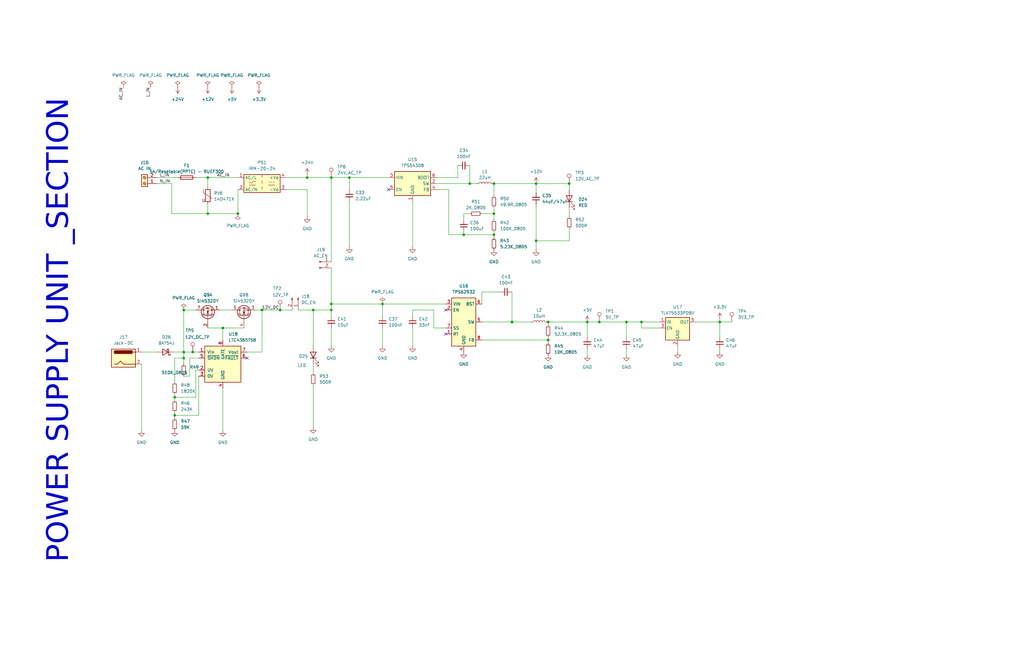
<source format=kicad_sch>
(kicad_sch (version 20250114) (generator "eeschema") (generator_version "9.0")
  (paper "B")
  (lib_symbols
    (symbol "Connector:Conn_01x02_Pin" (pin_names (offset 1.016) (hide yes))
      (property "Reference" "J" (at 0 2.54 0))
      (property "Value" "Conn_01x02_Pin" (at 0 -5.08 0))
      (symbol "Conn_01x02_Pin_1_1"
        (rectangle (start 0.8636 0.127) (end 0 -0.127) (stroke (width 0.1524)) (fill (type outline)))
        (rectangle (start 0.8636 -2.413) (end 0 -2.667) (stroke (width 0.1524)) (fill (type outline)))
        (polyline (pts (xy 1.27 0) (xy 0.8636 0)) (stroke (width 0.1524)))
        (polyline (pts (xy 1.27 -2.54) (xy 0.8636 -2.54)) (stroke (width 0.1524)))
        (pin passive line (at 5.08 0 180) (length 3.81) (name "Pin_1") (number "1"))
        (pin passive line (at 5.08 -2.54 180) (length 3.81) (name "Pin_2") (number "2"))
      )
    )
    (symbol "Connector:Jack-DC" (pin_names (offset 1.016))
      (property "Reference" "J" (at 0 5.334 0))
      (property "Value" "Jack-DC" (at 0 -5.08 0))
      (symbol "Jack-DC_0_1"
        (rectangle (start -5.08 3.81) (end 5.08 -3.81) (stroke (width 0.254)) (fill (type background)))
        (polyline (pts (xy -3.81 -2.54) (xy -2.54 -2.54) (xy -1.27 -1.27) (xy 0 -2.54) (xy 2.54 -2.54) (xy 5.08 -2.54)) (stroke (width 0.254)))
        (arc (start -3.302 1.905) (mid -3.9343 2.54) (end -3.302 3.175) (stroke (width 0.254)))
        (arc (start -3.302 1.905) (mid -3.9343 2.54) (end -3.302 3.175) (stroke (width 0.254)) (fill (type outline)))
        (rectangle (start 3.683 3.175) (end -3.302 1.905) (stroke (width 0.254)) (fill (type outline)))
        (polyline (pts (xy 5.08 2.54) (xy 3.81 2.54)) (stroke (width 0.254)))
      )
      (symbol "Jack-DC_1_1"
        (pin passive line (at 7.62 2.54 180) (length 2.54) (name "~") (number "1"))
        (pin passive line (at 7.62 -2.54 180) (length 2.54) (name "~") (number "2"))
      )
    )
    (symbol "Connector:Screw_Terminal_01x02" (pin_names (offset 1.016) (hide yes))
      (property "Reference" "J" (at 0 2.54 0))
      (property "Value" "Screw_Terminal_01x02" (at 0 -5.08 0))
      (symbol "Screw_Terminal_01x02_1_1"
        (rectangle (start -1.27 1.27) (end 1.27 -3.81) (stroke (width 0.254)) (fill (type background)))
        (polyline (pts (xy -0.5334 0.3302) (xy 0.3302 -0.508)) (stroke (width 0.1524)))
        (polyline (pts (xy -0.5334 -2.2098) (xy 0.3302 -3.048)) (stroke (width 0.1524)))
        (polyline (pts (xy -0.3556 0.508) (xy 0.508 -0.3302)) (stroke (width 0.1524)))
        (polyline (pts (xy -0.3556 -2.032) (xy 0.508 -2.8702)) (stroke (width 0.1524)))
        (circle (center 0 0) (radius 0.635) (stroke (width 0.1524)))
        (circle (center 0 -2.54) (radius 0.635) (stroke (width 0.1524)))
        (pin passive line (at -5.08 0 0) (length 3.81) (name "Pin_1") (number "1"))
        (pin passive line (at -5.08 -2.54 0) (length 3.81) (name "Pin_2") (number "2"))
      )
    )
    (symbol "Connector:TestPoint" (pin_numbers (hide yes)) (pin_names (offset 0.762) (hide yes))
      (property "Reference" "TP" (at 0 6.858 0))
      (property "Value" "TestPoint" (at 0 5.08 0))
      (symbol "TestPoint_0_1"
        (circle (center 0 3.302) (radius 0.762))
      )
      (symbol "TestPoint_1_1"
        (pin passive line (at 0 0 90) (length 2.54) (name "1") (number "1"))
      )
    )
    (symbol "Converter_ACDC:IRM-20-24"
      (property "Reference" "PS" (at 0 5.08 0))
      (property "Value" "IRM-20-24" (at 0 -5.08 0))
      (symbol "IRM-20-24_0_1"
        (rectangle (start -7.62 3.81) (end 7.62 -3.81) (stroke (width 0.254)) (fill (type background)))
        (polyline (pts (xy -5.334 -0.635) (xy -2.794 -0.635)))
        (arc (start -4.064 0.635) (mid -4.699 0.2495) (end -5.334 0.635))
        (arc (start -4.064 0.635) (mid -3.429 1.0072) (end -2.794 0.635))
        (polyline (pts (xy 0 3.81) (xy 0 2.54)))
        (polyline (pts (xy 0 1.27) (xy 0 0)))
        (polyline (pts (xy 0 -1.27) (xy 0 -2.54)))
        (polyline (pts (xy 2.794 0.635) (xy 3.302 0.635)))
        (polyline (pts (xy 2.794 -0.635) (xy 5.334 -0.635)))
        (polyline (pts (xy 3.81 0.635) (xy 4.318 0.635)))
        (polyline (pts (xy 4.826 0.635) (xy 5.334 0.635)))
      )
      (symbol "IRM-20-24_1_1"
        (pin power_in line (at -10.16 2.54 0) (length 2.54) (name "AC/L") (number "1"))
        (pin power_in line (at -10.16 -2.54 0) (length 2.54) (name "AC/N") (number "2"))
        (pin power_out line (at 10.16 2.54 180) (length 2.54) (name "+Vo") (number "4"))
        (pin power_out line (at 10.16 -2.54 180) (length 2.54) (name "-Vo") (number "3"))
      )
    )
    (symbol "Device:C_Small" (pin_numbers (hide yes)) (pin_names (offset 0.254) (hide yes))
      (property "Reference" "C" (at 0.254 1.778 0))
      (property "Value" "C_Small" (at 0.254 -2.032 0))
      (symbol "C_Small_0_1"
        (polyline (pts (xy -1.524 0.508) (xy 1.524 0.508)) (stroke (width 0.3048)))
        (polyline (pts (xy -1.524 -0.508) (xy 1.524 -0.508)) (stroke (width 0.3302)))
      )
      (symbol "C_Small_1_1"
        (pin passive line (at 0 2.54 270) (length 2.032) (name "~") (number "1"))
        (pin passive line (at 0 -2.54 90) (length 2.032) (name "~") (number "2"))
      )
    )
    (symbol "Device:Fuse" (pin_numbers (hide yes)) (pin_names (offset 0))
      (property "Reference" "F" (at 2.032 0 90))
      (property "Value" "Fuse" (at -1.905 0 90))
      (symbol "Fuse_0_1"
        (rectangle (start -0.762 -2.54) (end 0.762 2.54) (stroke (width 0.254)))
        (polyline (pts (xy 0 2.54) (xy 0 -2.54)))
      )
      (symbol "Fuse_1_1"
        (pin passive line (at 0 3.81 270) (length 1.27) (name "~") (number "1"))
        (pin passive line (at 0 -3.81 90) (length 1.27) (name "~") (number "2"))
      )
    )
    (symbol "Device:L" (pin_numbers (hide yes)) (pin_names (offset 1.016) (hide yes))
      (property "Reference" "L" (at -1.27 0 90))
      (property "Value" "L" (at 1.905 0 90))
      (symbol "L_0_1"
        (arc (start 0 2.54) (mid 0.6323 1.905) (end 0 1.27))
        (arc (start 0 1.27) (mid 0.6323 0.635) (end 0 0))
        (arc (start 0 0) (mid 0.6323 -0.635) (end 0 -1.27))
        (arc (start 0 -1.27) (mid 0.6323 -1.905) (end 0 -2.54))
      )
      (symbol "L_1_1"
        (pin passive line (at 0 3.81 270) (length 1.27) (name "1") (number "1"))
        (pin passive line (at 0 -3.81 90) (length 1.27) (name "2") (number "2"))
      )
    )
    (symbol "Device:LED" (pin_numbers (hide yes)) (pin_names (offset 1.016) (hide yes))
      (property "Reference" "D" (at 0 2.54 0))
      (property "Value" "LED" (at 0 -2.54 0))
      (symbol "LED_0_1"
        (polyline (pts (xy -3.048 -0.762) (xy -4.572 -2.286) (xy -3.81 -2.286) (xy -4.572 -2.286) (xy -4.572 -1.524)))
        (polyline (pts (xy -1.778 -0.762) (xy -3.302 -2.286) (xy -2.54 -2.286) (xy -3.302 -2.286) (xy -3.302 -1.524)))
        (polyline (pts (xy -1.27 0) (xy 1.27 0)))
        (polyline (pts (xy -1.27 -1.27) (xy -1.27 1.27)) (stroke (width 0.254)))
        (polyline (pts (xy 1.27 -1.27) (xy 1.27 1.27) (xy -1.27 0) (xy 1.27 -1.27)) (stroke (width 0.254)))
      )
      (symbol "LED_1_1"
        (pin passive line (at -3.81 0 0) (length 2.54) (name "K") (number "1"))
        (pin passive line (at 3.81 0 180) (length 2.54) (name "A") (number "2"))
      )
    )
    (symbol "Device:R_Small" (pin_numbers (hide yes)) (pin_names (offset 0.254) (hide yes))
      (property "Reference" "R" (at 0.762 0.508 0))
      (property "Value" "R_Small" (at 0.762 -1.016 0))
      (symbol "R_Small_0_1"
        (rectangle (start -0.762 1.778) (end 0.762 -1.778) (stroke (width 0.2032)))
      )
      (symbol "R_Small_1_1"
        (pin passive line (at 0 2.54 270) (length 0.762) (name "~") (number "1"))
        (pin passive line (at 0 -2.54 90) (length 0.762) (name "~") (number "2"))
      )
    )
    (symbol "Device:Varistor" (pin_numbers (hide yes)) (pin_names (offset 0))
      (property "Reference" "RV" (at 3.175 0 90))
      (property "Value" "Varistor" (at -3.175 0 90))
      (symbol "Varistor_0_0"
        (text "U" (at -1.778 -2.032 0) (effects (font (size 1.27 1.27))))
      )
      (symbol "Varistor_0_1"
        (polyline (pts (xy -1.905 2.54) (xy -1.905 1.27) (xy 1.905 -1.27)))
        (rectangle (start -1.016 -2.54) (end 1.016 2.54) (stroke (width 0.254)))
      )
      (symbol "Varistor_1_1"
        (pin passive line (at 0 3.81 270) (length 1.27) (name "~") (number "1"))
        (pin passive line (at 0 -3.81 90) (length 1.27) (name "~") (number "2"))
      )
    )
    (symbol "Diode:BAT54J" (pin_numbers (hide yes)) (pin_names (offset 1.016) (hide yes))
      (property "Reference" "D" (at 0 2.54 0))
      (property "Value" "BAT54J" (at 0 -2.54 0))
      (symbol "BAT54J_0_1"
        (polyline (pts (xy -1.905 0.635) (xy -1.905 1.27) (xy -1.27 1.27) (xy -1.27 -1.27) (xy -0.635 -1.27) (xy -0.635 -0.635)) (stroke (width 0.254)))
        (polyline (pts (xy 1.27 1.27) (xy 1.27 -1.27) (xy -1.27 0) (xy 1.27 1.27)) (stroke (width 0.254)))
        (polyline (pts (xy 1.27 0) (xy -1.27 0)))
      )
      (symbol "BAT54J_1_1"
        (pin passive line (at -3.81 0 0) (length 2.54) (name "K") (number "1"))
        (pin passive line (at 3.81 0 180) (length 2.54) (name "A") (number "2"))
      )
    )
    (symbol "Power_Management:LTC4365TS8" (pin_names (offset 1.016))
      (property "Reference" "U" (at -7.62 8.89 0))
      (property "Value" "LTC4365TS8" (at 2.54 8.89 0))
      (symbol "LTC4365TS8_0_1"
        (rectangle (start -7.62 7.62) (end 7.62 -7.62) (stroke (width 0.254)) (fill (type background)))
      )
      (symbol "LTC4365TS8_1_1"
        (pin power_in line (at -10.16 5.08 0) (length 2.54) (name "Vin") (number "1"))
        (pin input line (at -10.16 2.54 0) (length 2.54) (name "~{SHDN}") (number "5"))
        (pin input line (at -10.16 -2.54 0) (length 2.54) (name "UV") (number "2"))
        (pin input line (at -10.16 -5.08 0) (length 2.54) (name "OV") (number "3"))
        (pin output line (at 0 10.16 270) (length 2.54) (name "GATE") (number "8"))
        (pin power_in line (at 0 -10.16 90) (length 2.54) (name "GND") (number "4"))
        (pin input line (at 10.16 5.08 180) (length 2.54) (name "Vout") (number "7"))
        (pin open_collector line (at 10.16 2.54 180) (length 2.54) (name "~{FAULT}") (number "6"))
      )
    )
    (symbol "Regulator_Linear:TLV75533PDBV" (pin_names (offset 0.254))
      (property "Reference" "U" (at -3.81 5.715 0))
      (property "Value" "TLV75533PDBV" (at 0 5.715 0))
      (symbol "TLV75533PDBV_0_1"
        (rectangle (start -5.08 4.445) (end 5.08 -5.08) (stroke (width 0.254)) (fill (type background)))
      )
      (symbol "TLV75533PDBV_1_1"
        (pin power_in line (at -7.62 2.54 0) (length 2.54) (name "IN") (number "1"))
        (pin input line (at -7.62 0 0) (length 2.54) (name "EN") (number "3"))
        (pin power_in line (at 0 -7.62 90) (length 2.54) (name "GND") (number "2"))
        (pin no_connect line (at 5.08 0 180) (length 2.54) (hide yes) (name "NC") (number "4"))
        (pin power_out line (at 7.62 2.54 180) (length 2.54) (name "OUT") (number "5"))
      )
    )
    (symbol "Regulator_Switching:TPS54308"
      (property "Reference" "U" (at -7.62 6.35 0))
      (property "Value" "TPS54308" (at 0 6.35 0))
      (symbol "TPS54308_0_1"
        (rectangle (start -7.62 5.08) (end 7.62 -5.08) (stroke (width 0.254)) (fill (type background)))
      )
      (symbol "TPS54308_1_1"
        (pin power_in line (at -10.16 2.54 0) (length 2.54) (name "VIN") (number "3"))
        (pin input line (at -10.16 -2.54 0) (length 2.54) (name "EN") (number "5"))
        (pin power_in line (at 0 -7.62 90) (length 2.54) (name "GND") (number "1"))
        (pin passive line (at 10.16 2.54 180) (length 2.54) (name "BOOT") (number "6"))
        (pin power_out line (at 10.16 0 180) (length 2.54) (name "SW") (number "2"))
        (pin input line (at 10.16 -2.54 180) (length 2.54) (name "FB") (number "4"))
      )
    )
    (symbol "Regulator_Switching:TPS62932"
      (property "Reference" "U" (at 0 13.97 0))
      (property "Value" "TPS62932" (at 0 11.43 0))
      (symbol "TPS62932_0_1"
        (rectangle (start -5.08 10.16) (end 5.08 -10.16) (stroke (width 0.254)) (fill (type background)))
      )
      (symbol "TPS62932_1_1"
        (pin power_in line (at -7.62 7.62 0) (length 2.54) (name "VIN") (number "3"))
        (pin input line (at -7.62 5.08 0) (length 2.54) (name "EN") (number "2"))
        (pin passive line (at -7.62 -2.54 0) (length 2.54) (name "SS") (number "7"))
        (pin passive line (at -7.62 -5.08 0) (length 2.54) (name "RT") (number "1"))
        (pin power_in line (at 0 -12.7 90) (length 2.54) (name "GND") (number "4"))
        (pin passive line (at 7.62 7.62 180) (length 2.54) (name "BST") (number "6"))
        (pin output line (at 7.62 0 180) (length 2.54) (name "SW") (number "5"))
        (pin input line (at 7.62 -7.62 180) (length 2.54) (name "FB") (number "8"))
      )
    )
    (symbol "Transistor_FET:Si4532DY" (pin_names (hide yes))
      (property "Reference" "Q" (at 5.08 1.905 0))
      (property "Value" "Si4532DY" (at 5.08 0 0))
      (symbol "Si4532DY_0_1"
        (polyline (pts (xy 0.254 1.905) (xy 0.254 -1.905)) (stroke (width 0.254)))
        (polyline (pts (xy 0.254 0) (xy -2.54 0)))
        (polyline (pts (xy 0.762 2.286) (xy 0.762 1.27)) (stroke (width 0.254)))
        (polyline (pts (xy 0.762 0.508) (xy 0.762 -0.508)) (stroke (width 0.254)))
        (polyline (pts (xy 0.762 -1.27) (xy 0.762 -2.286)) (stroke (width 0.254)))
        (polyline (pts (xy 0.762 -1.778) (xy 3.302 -1.778) (xy 3.302 1.778) (xy 0.762 1.778)))
        (circle (center 1.651 0) (radius 2.794) (stroke (width 0.254)))
        (polyline (pts (xy 2.54 2.54) (xy 2.54 1.778)))
        (circle (center 2.54 1.778) (radius 0.254) (fill (type outline)))
        (circle (center 2.54 -1.778) (radius 0.254) (fill (type outline)))
        (polyline (pts (xy 2.54 -2.54) (xy 2.54 0) (xy 0.762 0)))
      )
      (symbol "Si4532DY_1_1"
        (polyline (pts (xy 1.016 0) (xy 2.032 0.381) (xy 2.032 -0.381) (xy 1.016 0)) (fill (type outline)))
        (polyline (pts (xy 2.794 0.508) (xy 2.921 0.381) (xy 3.683 0.381) (xy 3.81 0.254)))
        (polyline (pts (xy 3.302 0.381) (xy 2.921 -0.254) (xy 3.683 -0.254) (xy 3.302 0.381)))
        (pin input line (at -5.08 0 0) (length 2.54) (name "G") (number "2"))
        (pin passive line (at 2.54 5.08 270) (length 2.54) (name "D") (number "7"))
        (pin passive line (at 2.54 5.08 270) (length 2.54) (hide yes) (name "D") (number "8"))
        (pin passive line (at 2.54 -5.08 90) (length 2.54) (name "S") (number "1"))
      )
      (symbol "Si4532DY_2_1"
        (polyline (pts (xy 2.286 0) (xy 1.27 0.381) (xy 1.27 -0.381) (xy 2.286 0)) (fill (type outline)))
        (polyline (pts (xy 2.794 -0.508) (xy 2.921 -0.381) (xy 3.683 -0.381) (xy 3.81 -0.254)))
        (polyline (pts (xy 3.302 -0.381) (xy 2.921 0.254) (xy 3.683 0.254) (xy 3.302 -0.381)))
        (pin input line (at -5.08 0 0) (length 2.54) (name "G") (number "4"))
        (pin passive line (at 2.54 5.08 270) (length 2.54) (name "D") (number "5"))
        (pin passive line (at 2.54 5.08 270) (length 2.54) (hide yes) (name "D") (number "6"))
        (pin passive line (at 2.54 -5.08 90) (length 2.54) (name "1") (number "3"))
      )
    )
    (symbol "power:+12V" (power) (pin_numbers (hide yes)) (pin_names (offset 0) (hide yes))
      (property "Value" "+12V" (at 0 3.556 0))
      (symbol "+12V_0_1"
        (polyline (pts (xy -0.762 1.27) (xy 0 2.54)))
        (polyline (pts (xy 0 2.54) (xy 0.762 1.27)))
        (polyline (pts (xy 0 0) (xy 0 2.54)))
      )
      (symbol "+12V_1_1"
        (pin power_in line (at 0 0 90) (length 0) (name "~") (number "1"))
      )
    )
    (symbol "power:+24V" (power) (pin_numbers (hide yes)) (pin_names (offset 0) (hide yes))
      (property "Value" "+24V" (at 0 3.556 0))
      (symbol "+24V_0_1"
        (polyline (pts (xy -0.762 1.27) (xy 0 2.54)))
        (polyline (pts (xy 0 2.54) (xy 0.762 1.27)))
        (polyline (pts (xy 0 0) (xy 0 2.54)))
      )
      (symbol "+24V_1_1"
        (pin power_in line (at 0 0 90) (length 0) (name "~") (number "1"))
      )
    )
    (symbol "power:+3.3V" (power) (pin_numbers (hide yes)) (pin_names (offset 0) (hide yes))
      (property "Value" "+3.3V" (at 0 3.556 0))
      (symbol "+3.3V_0_1"
        (polyline (pts (xy -0.762 1.27) (xy 0 2.54)))
        (polyline (pts (xy 0 2.54) (xy 0.762 1.27)))
        (polyline (pts (xy 0 0) (xy 0 2.54)))
      )
      (symbol "+3.3V_1_1"
        (pin power_in line (at 0 0 90) (length 0) (name "~") (number "1"))
      )
    )
    (symbol "power:+5V" (power) (pin_numbers (hide yes)) (pin_names (offset 0) (hide yes))
      (property "Value" "+5V" (at 0 3.556 0))
      (symbol "+5V_0_1"
        (polyline (pts (xy -0.762 1.27) (xy 0 2.54)))
        (polyline (pts (xy 0 2.54) (xy 0.762 1.27)))
        (polyline (pts (xy 0 0) (xy 0 2.54)))
      )
      (symbol "+5V_1_1"
        (pin power_in line (at 0 0 90) (length 0) (name "~") (number "1"))
      )
    )
    (symbol "power:GND" (power) (pin_numbers (hide yes)) (pin_names (offset 0) (hide yes))
      (property "Value" "GND" (at 0 -3.81 0))
      (symbol "GND_0_1"
        (polyline (pts (xy 0 0) (xy 0 -1.27) (xy 1.27 -1.27) (xy 0 -2.54) (xy -1.27 -1.27) (xy 0 -1.27)))
      )
      (symbol "GND_1_1"
        (pin power_in line (at 0 0 270) (length 0) (name "~") (number "1"))
      )
    )
    (symbol "power:PWR_FLAG" (power) (pin_numbers (hide yes)) (pin_names (offset 0) (hide yes))
      (property "Value" "PWR_FLAG" (at 0 3.81 0))
      (symbol "PWR_FLAG_0_0"
        (pin power_out line (at 0 0 90) (length 0) (name "~") (number "1"))
      )
      (symbol "PWR_FLAG_0_1"
        (polyline (pts (xy 0 0) (xy 0 1.27) (xy -1.016 1.905) (xy 0 2.54) (xy 1.016 1.905) (xy 0 1.27)))
      )
    )
  )
  (text "POWER SUPPLY UNIT _SECTION\n" (at 27.178 139.446 90) (effects (font (size 9 9))))
  (junction (at 87.63 90.17))
  (junction (at 161.29 128.27))
  (junction (at 87.63 74.93))
  (junction (at 73.66 175.26))
  (junction (at 139.7 128.27))
  (junction (at 77.47 130.81))
  (junction (at 231.14 135.89))
  (junction (at 252.73 135.89))
  (junction (at 93.98 138.43))
  (junction (at 77.47 151.13))
  (junction (at 215.9 135.89))
  (junction (at 264.16 135.89))
  (junction (at 198.12 77.47))
  (junction (at 77.47 148.59))
  (junction (at 195.58 99.06))
  (junction (at 231.14 143.51))
  (junction (at 73.66 167.64))
  (junction (at 139.7 130.81))
  (junction (at 208.28 99.06))
  (junction (at 247.65 135.89))
  (junction (at 226.06 101.6))
  (junction (at 110.49 130.81))
  (junction (at 270.51 135.89))
  (junction (at 240.03 77.47))
  (junction (at 147.32 74.93))
  (junction (at 132.08 130.81))
  (junction (at 208.28 77.47))
  (junction (at 303.53 135.89))
  (junction (at 100.33 90.17))
  (junction (at 208.28 90.17))
  (junction (at 118.11 130.81))
  (junction (at 129.54 74.93))
  (junction (at 139.7 74.93))
  (junction (at 81.28 148.59))
  (junction (at 226.06 77.47))
  (no_connect (at 163.83 80.01))
  (no_connect (at 187.96 130.81))
  (no_connect (at 187.96 140.97))
  (no_connect (at 104.14 151.13))
  (wire (pts (xy 252.73 135.89) (xy 264.16 135.89)))
  (wire (pts (xy 147.32 74.93) (xy 163.83 74.93)))
  (wire (pts (xy 73.66 167.64) (xy 73.66 168.91)))
  (wire (pts (xy 83.82 175.26) (xy 83.82 158.75)))
  (wire (pts (xy 80.01 158.75) (xy 80.01 151.13)))
  (wire (pts (xy 100.33 90.17) (xy 87.63 90.17)))
  (wire (pts (xy 247.65 149.86) (xy 247.65 147.32)))
  (wire (pts (xy 110.49 130.81) (xy 118.11 130.81)))
  (wire (pts (xy 132.08 157.48) (xy 132.08 153.67)))
  (wire (pts (xy 125.73 130.81) (xy 132.08 130.81)))
  (wire (pts (xy 210.82 123.19) (xy 203.2 123.19)))
  (wire (pts (xy 72.39 77.47) (xy 66.04 77.47)))
  (wire (pts (xy 208.28 77.47) (xy 226.06 77.47)))
  (wire (pts (xy 195.58 97.79) (xy 195.58 99.06)))
  (wire (pts (xy 182.88 130.81) (xy 173.99 130.81)))
  (wire (pts (xy 182.88 138.43) (xy 182.88 130.81)))
  (wire (pts (xy 240.03 80.01) (xy 240.03 77.47)))
  (wire (pts (xy 82.55 156.21) (xy 83.82 156.21)))
  (wire (pts (xy 118.11 130.81) (xy 123.19 130.81)))
  (wire (pts (xy 81.28 148.59) (xy 83.82 148.59)))
  (wire (pts (xy 173.99 130.81) (xy 173.99 133.35)))
  (wire (pts (xy 208.28 97.79) (xy 208.28 99.06)))
  (wire (pts (xy 240.03 91.44) (xy 240.03 87.63)))
  (wire (pts (xy 77.47 148.59) (xy 81.28 148.59)))
  (wire (pts (xy 270.51 138.43) (xy 270.51 135.89)))
  (wire (pts (xy 189.23 80.01) (xy 189.23 99.06)))
  (wire (pts (xy 285.75 148.59) (xy 285.75 146.05)))
  (wire (pts (xy 93.98 138.43) (xy 102.87 138.43)))
  (wire (pts (xy 139.7 113.03) (xy 139.7 128.27)))
  (wire (pts (xy 59.69 148.59) (xy 66.04 148.59)))
  (wire (pts (xy 147.32 104.14) (xy 147.32 85.09)))
  (wire (pts (xy 189.23 99.06) (xy 195.58 99.06)))
  (wire (pts (xy 129.54 74.93) (xy 139.7 74.93)))
  (wire (pts (xy 129.54 80.01) (xy 129.54 91.44)))
  (wire (pts (xy 231.14 135.89) (xy 231.14 137.16)))
  (wire (pts (xy 215.9 135.89) (xy 223.52 135.89)))
  (wire (pts (xy 132.08 130.81) (xy 132.08 146.05)))
  (wire (pts (xy 139.7 146.05) (xy 139.7 138.43)))
  (wire (pts (xy 303.53 135.89) (xy 303.53 142.24)))
  (wire (pts (xy 208.28 92.71) (xy 208.28 90.17)))
  (wire (pts (xy 72.39 77.47) (xy 72.39 90.17)))
  (wire (pts (xy 240.03 101.6) (xy 226.06 101.6)))
  (wire (pts (xy 184.15 80.01) (xy 189.23 80.01)))
  (wire (pts (xy 187.96 138.43) (xy 182.88 138.43)))
  (wire (pts (xy 184.15 74.93) (xy 193.04 74.93)))
  (wire (pts (xy 173.99 146.05) (xy 173.99 138.43)))
  (wire (pts (xy 203.2 143.51) (xy 231.14 143.51)))
  (wire (pts (xy 77.47 130.81) (xy 77.47 148.59)))
  (wire (pts (xy 247.65 142.24) (xy 247.65 135.89)))
  (wire (pts (xy 195.58 92.71) (xy 195.58 90.17)))
  (wire (pts (xy 132.08 130.81) (xy 139.7 130.81)))
  (wire (pts (xy 82.55 130.81) (xy 77.47 130.81)))
  (wire (pts (xy 247.65 135.89) (xy 252.73 135.89)))
  (wire (pts (xy 226.06 101.6) (xy 226.06 105.41)))
  (wire (pts (xy 264.16 135.89) (xy 264.16 142.24)))
  (wire (pts (xy 82.55 167.64) (xy 82.55 156.21)))
  (wire (pts (xy 110.49 148.59) (xy 110.49 130.81)))
  (wire (pts (xy 139.7 74.93) (xy 139.7 110.49)))
  (wire (pts (xy 73.66 161.29) (xy 73.66 151.13)))
  (wire (pts (xy 226.06 86.36) (xy 226.06 101.6)))
  (wire (pts (xy 87.63 78.74) (xy 87.63 74.93)))
  (wire (pts (xy 73.66 166.37) (xy 73.66 167.64)))
  (wire (pts (xy 203.2 90.17) (xy 208.28 90.17)))
  (wire (pts (xy 139.7 128.27) (xy 139.7 130.81)))
  (wire (pts (xy 120.65 80.01) (xy 129.54 80.01)))
  (wire (pts (xy 120.65 74.93) (xy 129.54 74.93)))
  (wire (pts (xy 203.2 135.89) (xy 215.9 135.89)))
  (wire (pts (xy 195.58 99.06) (xy 208.28 99.06)))
  (wire (pts (xy 87.63 90.17) (xy 87.63 86.36)))
  (wire (pts (xy 72.39 90.17) (xy 87.63 90.17)))
  (wire (pts (xy 87.63 138.43) (xy 93.98 138.43)))
  (wire (pts (xy 66.04 74.93) (xy 74.93 74.93)))
  (wire (pts (xy 73.66 175.26) (xy 83.82 175.26)))
  (wire (pts (xy 195.58 90.17) (xy 198.12 90.17)))
  (wire (pts (xy 198.12 69.85) (xy 198.12 77.47)))
  (wire (pts (xy 87.63 74.93) (xy 82.55 74.93)))
  (wire (pts (xy 203.2 123.19) (xy 203.2 128.27)))
  (wire (pts (xy 73.66 148.59) (xy 77.47 148.59)))
  (wire (pts (xy 92.71 130.81) (xy 97.79 130.81)))
  (wire (pts (xy 240.03 96.52) (xy 240.03 101.6)))
  (wire (pts (xy 240.03 77.47) (xy 226.06 77.47)))
  (wire (pts (xy 264.16 149.86) (xy 264.16 147.32)))
  (wire (pts (xy 80.01 151.13) (xy 83.82 151.13)))
  (wire (pts (xy 208.28 90.17) (xy 208.28 87.63)))
  (wire (pts (xy 303.53 135.89) (xy 308.61 135.89)))
  (wire (pts (xy 161.29 128.27) (xy 161.29 133.35)))
  (wire (pts (xy 278.13 138.43) (xy 270.51 138.43)))
  (wire (pts (xy 129.54 74.93) (xy 129.54 73.66)))
  (wire (pts (xy 215.9 123.19) (xy 215.9 135.89)))
  (wire (pts (xy 104.14 148.59) (xy 110.49 148.59)))
  (wire (pts (xy 110.49 130.81) (xy 107.95 130.81)))
  (wire (pts (xy 77.47 158.75) (xy 80.01 158.75)))
  (wire (pts (xy 87.63 74.93) (xy 100.33 74.93)))
  (wire (pts (xy 93.98 138.43) (xy 93.98 143.51)))
  (wire (pts (xy 73.66 173.99) (xy 73.66 175.26)))
  (wire (pts (xy 73.66 167.64) (xy 82.55 167.64)))
  (wire (pts (xy 93.98 181.61) (xy 93.98 163.83)))
  (wire (pts (xy 270.51 135.89) (xy 278.13 135.89)))
  (wire (pts (xy 303.53 148.59) (xy 303.53 147.32)))
  (wire (pts (xy 247.65 135.89) (xy 231.14 135.89)))
  (wire (pts (xy 139.7 74.93) (xy 147.32 74.93)))
  (wire (pts (xy 132.08 162.56) (xy 132.08 180.34)))
  (wire (pts (xy 161.29 146.05) (xy 161.29 138.43)))
  (wire (pts (xy 147.32 80.01) (xy 147.32 74.93)))
  (wire (pts (xy 100.33 80.01) (xy 100.33 90.17)))
  (wire (pts (xy 193.04 74.93) (xy 193.04 69.85)))
  (wire (pts (xy 161.29 128.27) (xy 139.7 128.27)))
  (wire (pts (xy 73.66 151.13) (xy 77.47 151.13)))
  (wire (pts (xy 208.28 82.55) (xy 208.28 77.47)))
  (wire (pts (xy 59.69 181.61) (xy 59.69 153.67)))
  (wire (pts (xy 293.37 135.89) (xy 303.53 135.89)))
  (wire (pts (xy 208.28 99.06) (xy 208.28 100.33)))
  (wire (pts (xy 198.12 77.47) (xy 184.15 77.47)))
  (wire (pts (xy 77.47 151.13) (xy 77.47 148.59)))
  (wire (pts (xy 161.29 128.27) (xy 187.96 128.27)))
  (wire (pts (xy 231.14 143.51) (xy 231.14 144.78)))
  (wire (pts (xy 226.06 77.47) (xy 226.06 81.28)))
  (wire (pts (xy 231.14 142.24) (xy 231.14 143.51)))
  (wire (pts (xy 303.53 134.62) (xy 303.53 135.89)))
  (wire (pts (xy 139.7 130.81) (xy 139.7 133.35)))
  (wire (pts (xy 264.16 135.89) (xy 270.51 135.89)))
  (wire (pts (xy 200.66 77.47) (xy 198.12 77.47)))
  (wire (pts (xy 173.99 104.14) (xy 173.99 85.09)))
  (wire (pts (xy 73.66 175.26) (xy 73.66 176.53)))
  (wire (pts (xy 77.47 153.67) (xy 77.47 151.13)))
  (label "L_IN" (at 67.31 74.93 0))
  (label "12V_DC" (at 110.49 130.81 0))
  (label "N_IN" (at 67.31 77.47 0))
  (label "L_IN" (at 63.5 36.83 270))
  (label "AC_IN" (at 91.44 74.93 0))
  (label "AC_IN" (at 52.07 36.83 270))
  (symbol (lib_id "Connector:TestPoint") (at 308.61 135.89 0) (unit 1)
    (property "Reference" "TP4" (at 311.15 131.318 0) (effects (justify left)))
    (property "Value" "3V3_TP" (at 311.15 133.858 0) (effects (justify left)))
    (property "Footprint" "TestPoint:TestPoint_Pad_D2.5mm" (effects (hide yes)))
    (property "Description" "test point" (effects (hide yes)))
  )
  (symbol (lib_id "Device:LED") (at 240.03 83.82 90) (unit 1)
    (property "Reference" "D24" (at 243.84 84.1375 90) (effects (justify right)))
    (property "Value" "RED" (at 243.84 86.6775 90) (effects (justify right)))
    (property "Footprint" "LED_SMD:LED_0603_1608Metric" (effects (hide yes)))
    (property "Description" "Light emitting diode" (effects (hide yes)))
    (property "LCSC Part#" "C965800" (effects (hide yes)))
  )
  (symbol (lib_id "power:GND") (at 264.16 149.86 0) (unit 1)
    (property "Reference" "#PWR0163" (effects (hide yes)))
    (property "Value" "GND" (at 264.16 154.94 0))
    (property "Description" "Power symbol creates a global label with name \"GND\" , ground" (effects (hide yes)))
  )
  (symbol (lib_id "Power_Management:LTC4365TS8") (at 93.98 153.67 0) (unit 1)
    (property "Reference" "U18" (at 96.3431 140.97 0) (effects (justify left)))
    (property "Value" "LTC4365TS8" (at 96.3431 143.51 0) (effects (justify left)))
    (property "Footprint" "Package_TO_SOT_SMD:TSOT-23-8" (effects (hide yes)))
    (property "Datasheet" "https://www.analog.com/media/en/technical-documentation/data-sheets/4365fa.pdf" (effects (hide yes)))
    (property "Description" "UV, OV and Reverse Supply Protection Controller, 50/60Hz noise rejection, TSOT23-8" (effects (hide yes)))
  )
  (symbol (lib_id "Transistor_FET:Si4532DY") (at 87.63 133.35 90) (unit 1)
    (property "Reference" "Q9" (at 87.63 124.46 90))
    (property "Value" "Si4532DY" (at 87.63 127 90))
    (property "Footprint" "Package_SO:SOIC-8_3.9x4.9mm_P1.27mm" (effects (hide yes)))
    (property "Datasheet" "https://www.onsemi.com/pub/Collateral/SI4532DY-D.PDF" (effects (hide yes)))
    (property "Description" "3.9A Id, 30V Vds, Dual N and P Channel MOSFET, 65mOhm Ron, 10V Vgs, SO8L" (effects (hide yes)))
  )
  (symbol (lib_id "Device:C_Small") (at 247.65 144.78 180) (unit 1)
    (property "Reference" "C44" (at 250.19 143.5036 0) (effects (justify right)))
    (property "Value" "47uF" (at 250.19 146.0436 0) (effects (justify right)))
    (property "Footprint" "Capacitor_SMD:C_0805_2012Metric" (effects (hide yes)))
    (property "Description" "Unpolarized capacitor, small symbol" (effects (hide yes)))
    (property "LCSC Part#" "C5440143" (effects (hide yes)))
  )
  (symbol (lib_id "Device:L") (at 227.33 135.89 90) (unit 1)
    (property "Reference" "L2" (at 227.33 130.81 90))
    (property "Value" "10uH" (at 227.33 133.35 90))
    (property "Footprint" "Inductor_SMD:L_Bourns_SRP7028A_7.3x6.6mm" (effects (hide yes)))
    (property "Description" "Inductor" (effects (hide yes)))
    (property "LCSC Part#" "C2687402" (effects (hide yes)))
  )
  (symbol (lib_id "power:PWR_FLAG") (at 63.5 36.83 0) (unit 1)
    (property "Reference" "#FLG02" (effects (hide yes)))
    (property "Value" "PWR_FLAG" (at 63.5 31.75 0))
    (property "Description" "Special symbol for telling ERC where power comes from" (effects (hide yes)))
  )
  (symbol (lib_id "power:+12V") (at 87.63 36.83 180) (unit 1)
    (property "Reference" "#PWR0152" (effects (hide yes)))
    (property "Value" "+12V" (at 87.63 41.91 0))
    (property "Description" "Power symbol creates a global label with name \"+12V\"" (effects (hide yes)))
  )
  (symbol (lib_id "Diode:BAT54J") (at 69.85 148.59 180) (unit 1)
    (property "Reference" "D26" (at 70.1675 142.24 0))
    (property "Value" "BAT54J" (at 70.1675 144.78 0))
    (property "Footprint" "Diode_SMD:D_SOD-323F" (effects (hide yes)))
    (property "Datasheet" "https://assets.nexperia.com/documents/data-sheet/BAT54J.pdf" (effects (hide yes)))
    (property "Description" "30V 200mA Schottky diode, SOD-323F" (effects (hide yes)))
  )
  (symbol (lib_id "Device:C_Small") (at 303.53 144.78 180) (unit 1)
    (property "Reference" "C46" (at 306.07 143.5036 0) (effects (justify right)))
    (property "Value" "47uF" (at 306.07 146.0436 0) (effects (justify right)))
    (property "Footprint" "Capacitor_SMD:C_0805_2012Metric" (effects (hide yes)))
    (property "Description" "Unpolarized capacitor, small symbol" (effects (hide yes)))
    (property "LCSC Part#" "C5440143" (effects (hide yes)))
  )
  (symbol (lib_id "Connector:TestPoint") (at 81.28 148.59 0) (unit 1)
    (property "Reference" "TP5" (at 78.232 139.446 0) (effects (justify left)))
    (property "Value" "12V_DC_TP" (at 77.978 142.24 0) (effects (justify left)))
    (property "Footprint" "TestPoint:TestPoint_Pad_D2.5mm" (effects (hide yes)))
    (property "Description" "test point" (effects (hide yes)))
  )
  (symbol (lib_id "power:+12V") (at 226.06 77.47 0) (unit 1)
    (property "Reference" "#PWR0155" (effects (hide yes)))
    (property "Value" "+12V" (at 226.06 72.39 0))
    (property "Description" "Power symbol creates a global label with name \"+12V\"" (effects (hide yes)))
  )
  (symbol (lib_id "Connector:TestPoint") (at 252.73 135.89 0) (unit 1)
    (property "Reference" "TP1" (at 255.27 131.318 0) (effects (justify left)))
    (property "Value" "5V_TP" (at 255.27 133.858 0) (effects (justify left)))
    (property "Footprint" "TestPoint:TestPoint_Pad_D2.5mm" (effects (hide yes)))
    (property "Description" "test point" (effects (hide yes)))
  )
  (symbol (lib_id "power:GND") (at 73.66 181.61 0) (unit 1)
    (property "Reference" "#PWR0168" (effects (hide yes)))
    (property "Value" "GND" (at 73.66 186.69 0))
    (property "Description" "Power symbol creates a global label with name \"GND\" , ground" (effects (hide yes)))
  )
  (symbol (lib_id "Device:R_Small") (at 208.28 85.09 0) (unit 1)
    (property "Reference" "R50" (at 210.82 83.82 0) (effects (justify left)))
    (property "Value" "49.9R_0805" (at 210.82 86.36 0) (effects (justify left)))
    (property "Footprint" "Resistor_SMD:R_0805_2012Metric" (effects (hide yes)))
    (property "Description" "Resistor, small symbol" (effects (hide yes)))
    (property "LCSC Part#" "C204544" (effects (hide yes)))
  )
  (symbol (lib_id "Device:Fuse") (at 78.74 74.93 90) (unit 1)
    (property "Reference" "F1" (at 78.74 69.85 90))
    (property "Value" "5A/Resetable(PPTC) - RUEF300" (at 78.74 72.39 90))
    (property "Footprint" "Fuse:Fuse_Bourns_MF-RG300" (effects (hide yes)))
    (property "Description" "Fuse" (effects (hide yes)))
    (property "LCSC Part#" "C315961" (effects (hide yes)))
  )
  (symbol (lib_id "power:GND") (at 161.29 146.05 0) (unit 1)
    (property "Reference" "#PWR0157" (effects (hide yes)))
    (property "Value" "GND" (at 161.29 151.13 0))
    (property "Description" "Power symbol creates a global label with name \"GND\" , ground" (effects (hide yes)))
  )
  (symbol (lib_id "power:GND") (at 129.54 91.44 0) (unit 1)
    (property "Reference" "#PWR0145" (effects (hide yes)))
    (property "Value" "GND" (at 129.54 96.52 0))
    (property "Description" "Power symbol creates a global label with name \"GND\" , ground" (effects (hide yes)))
  )
  (symbol (lib_id "Device:C_Small") (at 195.58 95.25 180) (unit 1)
    (property "Reference" "C36" (at 198.12 93.9736 0) (effects (justify right)))
    (property "Value" "100uF" (at 198.12 96.5136 0) (effects (justify right)))
    (property "Footprint" "Capacitor_SMD:CP_Elec_6.3x5.7" (effects (hide yes)))
    (property "Description" "Unpolarized capacitor, small symbol" (effects (hide yes)))
    (property "LCSC Part#" "C49678" (effects (hide yes)))
  )
  (symbol (lib_id "power:GND") (at 93.98 181.61 0) (unit 1)
    (property "Reference" "#PWR0167" (effects (hide yes)))
    (property "Value" "GND" (at 93.98 186.69 0))
    (property "Description" "Power symbol creates a global label with name \"GND\" , ground" (effects (hide yes)))
  )
  (symbol (lib_id "power:GND") (at 226.06 105.41 0) (unit 1)
    (property "Reference" "#PWR0149" (effects (hide yes)))
    (property "Value" "GND" (at 226.06 110.49 0))
    (property "Description" "Power symbol creates a global label with name \"GND\" , ground" (effects (hide yes)))
  )
  (symbol (lib_id "power:GND") (at 195.58 148.59 0) (unit 1)
    (property "Reference" "#PWR0169" (effects (hide yes)))
    (property "Value" "GND" (at 195.58 153.67 0))
    (property "Description" "Power symbol creates a global label with name \"GND\" , ground" (effects (hide yes)))
  )
  (symbol (lib_id "power:+24V") (at 129.54 73.66 0) (unit 1)
    (property "Reference" "#PWR0146" (effects (hide yes)))
    (property "Value" "+24V" (at 129.54 68.58 0))
    (property "Description" "Power symbol creates a global label with name \"+24V\"" (effects (hide yes)))
  )
  (symbol (lib_id "Device:C_Small") (at 139.7 135.89 0) (unit 1)
    (property "Reference" "C41" (at 142.24 134.6263 0) (effects (justify left)))
    (property "Value" "10uF" (at 142.24 137.1663 0) (effects (justify left)))
    (property "Footprint" "Capacitor_SMD:C_0805_2012Metric" (effects (hide yes)))
    (property "Description" "Unpolarized capacitor, small symbol" (effects (hide yes)))
    (property "LCSC Part#" "C15850" (effects (hide yes)))
  )
  (symbol (lib_id "power:GND") (at 173.99 146.05 0) (unit 1)
    (property "Reference" "#PWR0158" (effects (hide yes)))
    (property "Value" "GND" (at 173.99 151.13 0))
    (property "Description" "Power symbol creates a global label with name \"GND\" , ground" (effects (hide yes)))
  )
  (symbol (lib_id "Device:C_Small") (at 264.16 144.78 180) (unit 1)
    (property "Reference" "C45" (at 266.7 143.5036 0) (effects (justify right)))
    (property "Value" "47uF" (at 266.7 146.0436 0) (effects (justify right)))
    (property "Footprint" "Capacitor_SMD:C_0805_2012Metric" (effects (hide yes)))
    (property "Description" "Unpolarized capacitor, small symbol" (effects (hide yes)))
    (property "LCSC Part#" "C5440143" (effects (hide yes)))
  )
  (symbol (lib_id "Connector:Conn_01x02_Pin") (at 134.62 110.49 0) (unit 1)
    (property "Reference" "J19" (at 135.255 105.41 0))
    (property "Value" "AC_EN" (at 135.255 107.95 0))
    (property "Footprint" "Connector_PinHeader_2.54mm:PinHeader_1x02_P2.54mm_Vertical" (effects (hide yes)))
    (property "Description" "Generic connector, single row, 01x02, script generated" (effects (hide yes)))
    (property "LCSC Part#" "C492401" (effects (hide yes)))
  )
  (symbol (lib_id "power:+3.3V") (at 109.22 36.83 180) (unit 1)
    (property "Reference" "#PWR0170" (effects (hide yes)))
    (property "Value" "+3.3V" (at 109.22 41.91 0))
    (property "Description" "Power symbol creates a global label with name \"+3.3V\"" (effects (hide yes)))
  )
  (symbol (lib_id "power:PWR_FLAG") (at 74.93 36.83 0) (unit 1)
    (property "Reference" "#FLG03" (effects (hide yes)))
    (property "Value" "PWR_FLAG" (at 74.93 31.75 0))
    (property "Description" "Special symbol for telling ERC where power comes from" (effects (hide yes)))
  )
  (symbol (lib_id "Device:C_Small") (at 173.99 135.89 0) (unit 1)
    (property "Reference" "C42" (at 176.53 134.6263 0) (effects (justify left)))
    (property "Value" "33nF" (at 176.53 137.1663 0) (effects (justify left)))
    (property "Footprint" "Capacitor_SMD:C_0805_2012Metric" (effects (hide yes)))
    (property "Description" "Unpolarized capacitor, small symbol" (effects (hide yes)))
    (property "LCSC Part#" "C107150" (effects (hide yes)))
  )
  (symbol (lib_id "Device:R_Small") (at 73.66 163.83 0) (unit 1)
    (property "Reference" "R48" (at 76.2 162.56 0) (effects (justify left)))
    (property "Value" "1820K" (at 76.2 165.1 0) (effects (justify left)))
    (property "Footprint" "Resistor_SMD:R_0805_2012Metric" (effects (hide yes)))
    (property "Description" "Resistor, small symbol" (effects (hide yes)))
    (property "LCSC Part#" "C2080339" (effects (hide yes)))
  )
  (symbol (lib_id "power:+5V") (at 97.79 36.83 180) (unit 1)
    (property "Reference" "#PWR0153" (effects (hide yes)))
    (property "Value" "+5V" (at 97.79 41.91 0))
    (property "Description" "Power symbol creates a global label with name \"+5V\"" (effects (hide yes)))
  )
  (symbol (lib_id "Connector:TestPoint") (at 240.03 77.47 0) (unit 1)
    (property "Reference" "TP3" (at 242.57 72.898 0) (effects (justify left)))
    (property "Value" "12V_AC_TP" (at 242.57 75.438 0) (effects (justify left)))
    (property "Footprint" "TestPoint:TestPoint_Pad_D2.5mm" (effects (hide yes)))
    (property "Description" "test point" (effects (hide yes)))
  )
  (symbol (lib_id "power:+24V") (at 74.93 36.83 180) (unit 1)
    (property "Reference" "#PWR0151" (effects (hide yes)))
    (property "Value" "+24V" (at 74.93 41.91 0))
    (property "Description" "Power symbol creates a global label with name \"+24V\"" (effects (hide yes)))
  )
  (symbol (lib_id "power:PWR_FLAG") (at 97.79 36.83 0) (unit 1)
    (property "Reference" "#FLG05" (effects (hide yes)))
    (property "Value" "PWR_FLAG" (at 97.79 31.75 0))
    (property "Description" "Special symbol for telling ERC where power comes from" (effects (hide yes)))
  )
  (symbol (lib_id "Device:R_Small") (at 231.14 139.7 0) (unit 1)
    (property "Reference" "R44" (at 233.68 138.43 0) (effects (justify left)))
    (property "Value" "52.3K_0805" (at 233.68 140.97 0) (effects (justify left)))
    (property "Footprint" "Resistor_SMD:R_0805_2012Metric" (effects (hide yes)))
    (property "Description" "Resistor, small symbol" (effects (hide yes)))
    (property "LCSC Part#" "C2758300" (effects (hide yes)))
  )
  (symbol (lib_id "Connector:Screw_Terminal_01x02") (at 60.96 77.47 180) (unit 1)
    (property "Reference" "J16" (at 60.96 68.58 0))
    (property "Value" "AC IN" (at 60.96 71.12 0))
    (property "Footprint" "TerminalBlock:TerminalBlock_bornier-2_P5.08mm" (effects (hide yes)))
    (property "Description" "Generic screw terminal, single row, 01x02, script generated (kicad-library-utils/schlib/autogen/connector/)" (effects (hide yes)))
    (property "LCSC Part#" "C430601" (effects (hide yes)))
  )
  (symbol (lib_id "power:PWR_FLAG") (at 100.33 90.17 180) (unit 1)
    (property "Reference" "#FLG07" (effects (hide yes)))
    (property "Value" "PWR_FLAG" (at 100.33 95.25 0))
    (property "Description" "Special symbol for telling ERC where power comes from" (effects (hide yes)))
  )
  (symbol (lib_id "Device:C_Small") (at 213.36 123.19 90) (unit 1)
    (property "Reference" "C43" (at 213.3663 116.84 90))
    (property "Value" "100nF" (at 213.3663 119.38 90))
    (property "Footprint" "Capacitor_SMD:C_0805_2012Metric" (effects (hide yes)))
    (property "Description" "Unpolarized capacitor, small symbol" (effects (hide yes)))
    (property "LCSC Part#" "C49678" (effects (hide yes)))
  )
  (symbol (lib_id "Device:R_Small") (at 208.28 102.87 0) (unit 1)
    (property "Reference" "R43" (at 210.82 101.6 0) (effects (justify left)))
    (property "Value" "5.23K_0805" (at 210.82 104.14 0) (effects (justify left)))
    (property "Footprint" "Resistor_SMD:R_0805_2012Metric" (effects (hide yes)))
    (property "Description" "Resistor, small symbol" (effects (hide yes)))
    (property "LCSC Part#" "C5139490" (effects (hide yes)))
  )
  (symbol (lib_id "Device:R_Small") (at 77.47 156.21 0) (unit 1)
    (property "Reference" "R49" (at 80.01 154.94 0) (effects (justify left)))
    (property "Value" "510K_0805" (at 68.072 157.226 0) (effects (justify left)))
    (property "Footprint" "Resistor_SMD:R_0805_2012Metric" (effects (hide yes)))
    (property "Description" "Resistor, small symbol" (effects (hide yes)))
    (property "LCSC Part#" "C137512" (effects (hide yes)))
  )
  (symbol (lib_id "power:+5V") (at 247.65 135.89 0) (unit 1)
    (property "Reference" "#PWR0161" (effects (hide yes)))
    (property "Value" "+5V" (at 247.65 130.81 0))
    (property "Description" "Power symbol creates a global label with name \"+5V\"" (effects (hide yes)))
  )
  (symbol (lib_id "Device:C_Small") (at 226.06 83.82 180) (unit 1)
    (property "Reference" "C35" (at 228.6 82.5436 0) (effects (justify right)))
    (property "Value" "44uF/47uF" (at 228.6 85.0836 0) (effects (justify right)))
    (property "Footprint" "Capacitor_SMD:C_0805_2012Metric" (effects (hide yes)))
    (property "Description" "Unpolarized capacitor, small symbol" (effects (hide yes)))
    (property "LCSC Part#" "C5440143" (effects (hide yes)))
  )
  (symbol (lib_id "Device:R_Small") (at 73.66 171.45 0) (unit 1)
    (property "Reference" "R46" (at 76.2 170.18 0) (effects (justify left)))
    (property "Value" "243K" (at 76.2 172.72 0) (effects (justify left)))
    (property "Footprint" "Resistor_SMD:R_0805_2012Metric" (effects (hide yes)))
    (property "Description" "Resistor, small symbol" (effects (hide yes)))
    (property "LCSC Part#" "C2930186" (effects (hide yes)))
  )
  (symbol (lib_id "Device:C_Small") (at 195.58 69.85 90) (unit 1)
    (property "Reference" "C34" (at 195.5863 63.5 90))
    (property "Value" "100nF" (at 195.5863 66.04 90))
    (property "Footprint" "Capacitor_SMD:C_0805_2012Metric" (effects (hide yes)))
    (property "Description" "Unpolarized capacitor, small symbol" (effects (hide yes)))
    (property "LCSC Part#" "C49678" (effects (hide yes)))
  )
  (symbol (lib_id "power:GND") (at 173.99 104.14 0) (unit 1)
    (property "Reference" "#PWR0154" (effects (hide yes)))
    (property "Value" "GND" (at 173.99 109.22 0))
    (property "Description" "Power symbol creates a global label with name \"GND\" , ground" (effects (hide yes)))
  )
  (symbol (lib_id "power:PWR_FLAG") (at 77.47 130.81 0) (unit 1)
    (property "Reference" "#FLG08" (effects (hide yes)))
    (property "Value" "PWR_FLAG" (at 77.47 125.73 0))
    (property "Description" "Special symbol for telling ERC where power comes from" (effects (hide yes)))
  )
  (symbol (lib_id "Connector:Jack-DC") (at 52.07 151.13 0) (unit 1)
    (property "Reference" "J17" (at 52.07 142.24 0))
    (property "Value" "Jack-DC" (at 52.07 144.78 0))
    (property "Footprint" "Connector_BarrelJack:BarrelJack_Horizontal" (effects (hide yes)))
    (property "Description" "DC Barrel Jack" (effects (hide yes)))
    (property "LCSC Part#" "C720558" (effects (hide yes)))
  )
  (symbol (lib_id "power:GND") (at 208.28 105.41 0) (unit 1)
    (property "Reference" "#PWR0148" (effects (hide yes)))
    (property "Value" "GND" (at 208.28 110.49 0))
    (property "Description" "Power symbol creates a global label with name \"GND\" , ground" (effects (hide yes)))
  )
  (symbol (lib_id "power:GND") (at 59.69 181.61 0) (unit 1)
    (property "Reference" "#PWR0166" (effects (hide yes)))
    (property "Value" "GND" (at 59.69 186.69 0))
    (property "Description" "Power symbol creates a global label with name \"GND\" , ground" (effects (hide yes)))
  )
  (symbol (lib_id "power:+3.3V") (at 303.53 134.62 0) (unit 1)
    (property "Reference" "#PWR0165" (effects (hide yes)))
    (property "Value" "+3.3V" (at 303.53 129.54 0))
    (property "Description" "Power symbol creates a global label with name \"+3.3V\"" (effects (hide yes)))
  )
  (symbol (lib_id "Device:R_Small") (at 231.14 147.32 0) (unit 1)
    (property "Reference" "R45" (at 233.68 146.05 0) (effects (justify left)))
    (property "Value" "10K_0805" (at 233.68 148.59 0) (effects (justify left)))
    (property "Footprint" "Resistor_SMD:R_0805_2012Metric" (effects (hide yes)))
    (property "Description" "Resistor, small symbol" (effects (hide yes)))
    (property "LCSC Part#" "C84376" (effects (hide yes)))
  )
  (symbol (lib_id "Regulator_Switching:TPS62932") (at 195.58 135.89 0) (unit 1)
    (property "Reference" "U16" (at 195.58 120.65 0))
    (property "Value" "TPS62932" (at 195.58 123.19 0))
    (property "Footprint" "Package_TO_SOT_SMD:SOT-583-8" (effects (hide yes)))
    (property "Datasheet" "https://www.ti.com/lit/ds/symlink/tps62933.pdf" (effects (hide yes)))
    (property "Description" "3.8-30V, 2A  Synchronous Buck Converters with pulse frequency modulation (PFM), SOT583-8" (effects (hide yes)))
  )
  (symbol (lib_id "Connector:Conn_01x02_Pin") (at 125.73 125.73 270) (unit 1)
    (property "Reference" "J18" (at 127 125.095 90) (effects (justify left)))
    (property "Value" "DC_EN" (at 127 127.635 90) (effects (justify left)))
    (property "Footprint" "Connector_PinHeader_2.54mm:PinHeader_1x02_P2.54mm_Vertical" (effects (hide yes)))
    (property "Description" "Generic connector, single row, 01x02, script generated" (effects (hide yes)))
    (property "LCSC Part#" "C492401" (effects (hide yes)))
  )
  (symbol (lib_id "power:GND") (at 285.75 148.59 0) (unit 1)
    (property "Reference" "#PWR0162" (effects (hide yes)))
    (property "Value" "GND" (at 285.75 153.67 0))
    (property "Description" "Power symbol creates a global label with name \"GND\" , ground" (effects (hide yes)))
  )
  (symbol (lib_id "power:PWR_FLAG") (at 52.07 36.83 0) (unit 1)
    (property "Reference" "#FLG01" (effects (hide yes)))
    (property "Value" "PWR_FLAG" (at 52.07 31.75 0))
    (property "Description" "Special symbol for telling ERC where power comes from" (effects (hide yes)))
  )
  (symbol (lib_id "Device:R_Small") (at 208.28 95.25 0) (unit 1)
    (property "Reference" "R42" (at 210.82 93.98 0) (effects (justify left)))
    (property "Value" "100K_0805" (at 210.82 96.52 0) (effects (justify left)))
    (property "Footprint" "Resistor_SMD:R_0805_2012Metric" (effects (hide yes)))
    (property "Description" "Resistor, small symbol" (effects (hide yes)))
    (property "LCSC Part#" "C2907293" (effects (hide yes)))
  )
  (symbol (lib_id "Converter_ACDC:IRM-20-24") (at 110.49 77.47 0) (unit 1)
    (property "Reference" "PS1" (at 110.49 68.58 0))
    (property "Value" "IRM-20-24" (at 110.49 71.12 0))
    (property "Footprint" "Converter_ACDC:Converter_ACDC_MeanWell_IRM-20-xx_THT" (effects (hide yes)))
    (property "Datasheet" "http://www.meanwell.com/Upload/PDF/IRM-20/IRM-20-SPEC.PDF" (effects (hide yes)))
    (property "Description" "24V, 900mA, 21.6W, Isolated, AC-DC, 219A(IRM20)" (effects (hide yes)))
  )
  (symbol (lib_id "Device:R_Small") (at 240.03 93.98 0) (unit 1)
    (property "Reference" "R52" (at 242.57 92.71 0) (effects (justify left)))
    (property "Value" "500R" (at 242.57 95.25 0) (effects (justify left)))
    (property "Footprint" "Resistor_SMD:R_0805_2012Metric" (effects (hide yes)))
    (property "Description" "Resistor, small symbol" (effects (hide yes)))
  )
  (symbol (lib_id "Connector:TestPoint") (at 139.7 74.93 0) (unit 1)
    (property "Reference" "TP6" (at 142.24 70.358 0) (effects (justify left)))
    (property "Value" "24V_AC_TP" (at 142.24 72.898 0) (effects (justify left)))
    (property "Footprint" "TestPoint:TestPoint_Pad_D2.5mm" (effects (hide yes)))
    (property "Description" "test point" (effects (hide yes)))
  )
  (symbol (lib_id "Device:R_Small") (at 73.66 179.07 0) (unit 1)
    (property "Reference" "R47" (at 76.2 177.8 0) (effects (justify left)))
    (property "Value" "59K" (at 76.2 180.34 0) (effects (justify left)))
    (property "Footprint" "Resistor_SMD:R_0805_2012Metric" (effects (hide yes)))
    (property "Description" "Resistor, small symbol" (effects (hide yes)))
    (property "LCSC Part#" "C2077609" (effects (hide yes)))
  )
  (symbol (lib_id "power:GND") (at 132.08 180.34 0) (unit 1)
    (property "Reference" "#PWR0150" (effects (hide yes)))
    (property "Value" "GND" (at 132.08 185.42 0))
    (property "Description" "Power symbol creates a global label with name \"GND\" , ground" (effects (hide yes)))
  )
  (symbol (lib_id "Device:Varistor") (at 87.63 82.55 0) (unit 1)
    (property "Reference" "RV6" (at 90.17 81.4836 0) (effects (justify left)))
    (property "Value" "14D471K" (at 90.17 84.0236 0) (effects (justify left)))
    (property "Footprint" "Varistor:RV_Disc_D21.5mm_W7.5mm_P10mm" (effects (hide yes)))
    (property "Description" "Voltage dependent resistor" (effects (hide yes)))
    (property "LCSC Part#" "C111189" (effects (hide yes)))
    (property "Sim.Name" "kicad_builtin_varistor" (effects (hide yes)))
    (property "Sim.Device" "SUBCKT" (effects (hide yes)))
    (property "Sim.Pins" "1=A 2=B" (effects (hide yes)))
    (property "Sim.Params" "threshold=1k" (effects (hide yes)))
    (property "Sim.Library" "${KICAD7_SYMBOL_DIR}/Simulation_SPICE.sp" (effects (hide yes)))
  )
  (symbol (lib_id "power:GND") (at 247.65 149.86 0) (unit 1)
    (property "Reference" "#PWR0160" (effects (hide yes)))
    (property "Value" "GND" (at 247.65 154.94 0))
    (property "Description" "Power symbol creates a global label with name \"GND\" , ground" (effects (hide yes)))
  )
  (symbol (lib_id "Device:LED") (at 132.08 149.86 90) (unit 1)
    (property "Reference" "D25" (at 125.984 150.368 90) (effects (justify right)))
    (property "Value" "LED" (at 125.476 154.178 90) (effects (justify right)))
    (property "Footprint" "LED_SMD:LED_0603_1608Metric" (effects (hide yes)))
    (property "Description" "Light emitting diode" (effects (hide yes)))
    (property "LCSC Part#" "C965800" (effects (hide yes)))
  )
  (symbol (lib_id "Transistor_FET:Si4532DY") (at 102.87 133.35 90) (unit 2)
    (property "Reference" "Q9" (at 102.87 124.46 90))
    (property "Value" "Si4532DY" (at 102.87 127 90))
    (property "Footprint" "Package_SO:SOIC-8_3.9x4.9mm_P1.27mm" (effects (hide yes)))
    (property "Datasheet" "https://www.onsemi.com/pub/Collateral/SI4532DY-D.PDF" (effects (hide yes)))
    (property "Description" "3.9A Id, 30V Vds, Dual N and P Channel MOSFET, 65mOhm Ron, 10V Vgs, SO8L" (effects (hide yes)))
  )
  (symbol (lib_id "power:PWR_FLAG") (at 161.29 128.27 0) (unit 1)
    (property "Reference" "#FLG09" (effects (hide yes)))
    (property "Value" "PWR_FLAG" (at 161.29 123.19 0))
    (property "Description" "Special symbol for telling ERC where power comes from" (effects (hide yes)))
  )
  (symbol (lib_id "Regulator_Switching:TPS54308") (at 173.99 77.47 0) (unit 1)
    (property "Reference" "U15" (at 173.99 67.31 0))
    (property "Value" "TPS54308" (at 173.99 69.85 0))
    (property "Footprint" "Package_TO_SOT_SMD:SOT-23-6" (effects (hide yes)))
    (property "Datasheet" "http://www.ti.com/lit/ds/symlink/tps54308.pdf" (effects (hide yes)))
    (property "Description" "3A, 4.5 to 28V Input, EMI Friendly integrated switch synchronous step-down regulator, continuous-conduction, SOT-23-6" (effects (hide yes)))
  )
  (symbol (lib_id "Device:C_Small") (at 161.29 135.89 0) (unit 1)
    (property "Reference" "C37" (at 163.83 134.6263 0) (effects (justify left)))
    (property "Value" "100nF" (at 163.83 137.1663 0) (effects (justify left)))
    (property "Footprint" "Capacitor_SMD:C_0805_2012Metric" (effects (hide yes)))
    (property "Description" "Unpolarized capacitor, small symbol" (effects (hide yes)))
    (property "LCSC Part#" "C49678" (effects (hide yes)))
  )
  (symbol (lib_id "power:PWR_FLAG") (at 87.63 36.83 0) (unit 1)
    (property "Reference" "#FLG04" (effects (hide yes)))
    (property "Value" "PWR_FLAG" (at 87.63 31.75 0))
    (property "Description" "Special symbol for telling ERC where power comes from" (effects (hide yes)))
  )
  (symbol (lib_id "power:GND") (at 303.53 148.59 0) (unit 1)
    (property "Reference" "#PWR0164" (effects (hide yes)))
    (property "Value" "GND" (at 303.53 153.67 0))
    (property "Description" "Power symbol creates a global label with name \"GND\" , ground" (effects (hide yes)))
  )
  (symbol (lib_id "Device:C_Small") (at 147.32 82.55 0) (unit 1)
    (property "Reference" "C33" (at 149.86 81.2863 0) (effects (justify left)))
    (property "Value" "2.22uF" (at 149.86 83.8263 0) (effects (justify left)))
    (property "Footprint" "Capacitor_SMD:C_0805_2012Metric" (effects (hide yes)))
    (property "Description" "Unpolarized capacitor, small symbol" (effects (hide yes)))
    (property "LCSC Part#" "C19110" (effects (hide yes)))
  )
  (symbol (lib_id "power:GND") (at 231.14 149.86 0) (unit 1)
    (property "Reference" "#PWR0159" (effects (hide yes)))
    (property "Value" "GND" (at 231.14 154.94 0))
    (property "Description" "Power symbol creates a global label with name \"GND\" , ground" (effects (hide yes)))
  )
  (symbol (lib_id "Device:L") (at 204.47 77.47 90) (unit 1)
    (property "Reference" "L1" (at 204.47 72.39 90))
    (property "Value" "22uH" (at 204.47 74.93 90))
    (property "Footprint" "Inductor_SMD:L_Cenker_CKCS6020" (effects (hide yes)))
    (property "Description" "Inductor" (effects (hide yes)))
    (property "LCSC Part#" "C5291863" (effects (hide yes)))
  )
  (symbol (lib_id "power:PWR_FLAG") (at 109.22 36.83 0) (unit 1)
    (property "Reference" "#FLG06" (effects (hide yes)))
    (property "Value" "PWR_FLAG" (at 109.22 31.75 0))
    (property "Description" "Special symbol for telling ERC where power comes from" (effects (hide yes)))
  )
  (symbol (lib_id "power:GND") (at 147.32 104.14 0) (unit 1)
    (property "Reference" "#PWR0147" (effects (hide yes)))
    (property "Value" "GND" (at 147.32 109.22 0))
    (property "Description" "Power symbol creates a global label with name \"GND\" , ground" (effects (hide yes)))
  )
  (symbol (lib_id "power:GND") (at 139.7 146.05 0) (unit 1)
    (property "Reference" "#PWR0156" (effects (hide yes)))
    (property "Value" "GND" (at 139.7 151.13 0))
    (property "Description" "Power symbol creates a global label with name \"GND\" , ground" (effects (hide yes)))
  )
  (symbol (lib_id "Device:R_Small") (at 132.08 160.02 0) (unit 1)
    (property "Reference" "R53" (at 134.62 158.75 0) (effects (justify left)))
    (property "Value" "500R" (at 134.62 161.29 0) (effects (justify left)))
    (property "Footprint" "Resistor_SMD:R_0805_2012Metric" (effects (hide yes)))
    (property "Description" "Resistor, small symbol" (effects (hide yes)))
    (property "LCSC Part#" "C2828857" (effects (hide yes)))
  )
  (symbol (lib_id "Connector:TestPoint") (at 118.11 130.81 0) (unit 1)
    (property "Reference" "TP2" (at 115.062 121.666 0) (effects (justify left)))
    (property "Value" "12V_TP" (at 114.808 124.46 0) (effects (justify left)))
    (property "Footprint" "TestPoint:TestPoint_Pad_D2.5mm" (effects (hide yes)))
    (property "Description" "test point" (effects (hide yes)))
  )
  (symbol (lib_id "Device:R_Small") (at 200.66 90.17 90) (unit 1)
    (property "Reference" "R51" (at 200.66 85.09 90))
    (property "Value" "2K_0805" (at 200.66 87.63 90))
    (property "Footprint" "Resistor_SMD:R_0805_2012Metric" (effects (hide yes)))
    (property "Description" "Resistor, small symbol" (effects (hide yes)))
    (property "LCSC Part#" "C17604" (effects (hide yes)))
  )
  (symbol (lib_id "Regulator_Linear:TLV75533PDBV") (at 285.75 138.43 0) (unit 1)
    (property "Reference" "U17" (at 285.75 129.54 0))
    (property "Value" "TLV75533PDBV" (at 285.75 132.08 0))
    (property "Footprint" "Package_TO_SOT_SMD:SOT-23-5" (effects (hide yes)))
    (property "Datasheet" "http://www.ti.com/lit/ds/symlink/tlv755p.pdf" (effects (hide yes)))
    (property "Description" "500mA Low Dropout Voltage Regulator, Fixed Output 3.3V, SOT-23-5" (effects (hide yes)))
  )
)
</source>
